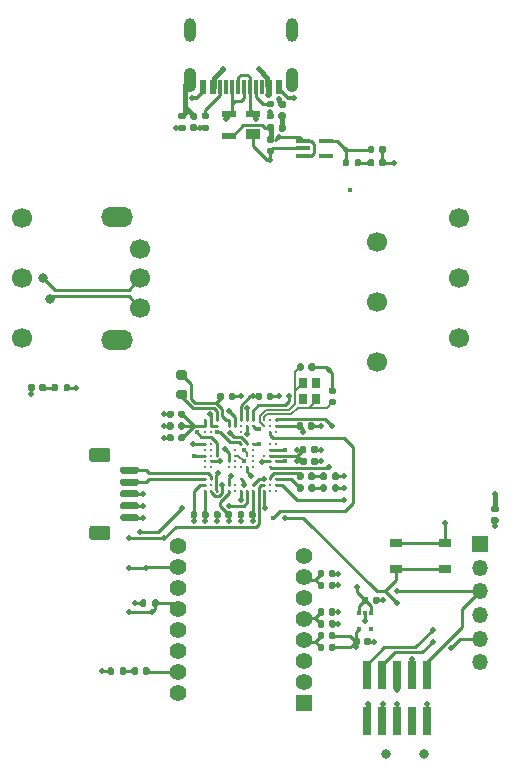
<source format=gtl>
G04 #@! TF.GenerationSoftware,KiCad,Pcbnew,6.0.7+dfsg-1~bpo11+1*
G04 #@! TF.CreationDate,2022-10-07T12:23:39+00:00*
G04 #@! TF.ProjectId,redshift,72656473-6869-4667-942e-6b696361645f,0.2*
G04 #@! TF.SameCoordinates,Original*
G04 #@! TF.FileFunction,Copper,L1,Top*
G04 #@! TF.FilePolarity,Positive*
%FSLAX46Y46*%
G04 Gerber Fmt 4.6, Leading zero omitted, Abs format (unit mm)*
G04 Created by KiCad (PCBNEW 6.0.7+dfsg-1~bpo11+1) date 2022-10-07 12:23:39*
%MOMM*%
%LPD*%
G01*
G04 APERTURE LIST*
G04 #@! TA.AperFunction,ComponentPad*
%ADD10C,1.700000*%
G04 #@! TD*
G04 #@! TA.AperFunction,ComponentPad*
%ADD11O,2.700000X1.700000*%
G04 #@! TD*
G04 #@! TA.AperFunction,SMDPad,CuDef*
%ADD12R,0.600000X1.150000*%
G04 #@! TD*
G04 #@! TA.AperFunction,SMDPad,CuDef*
%ADD13R,0.300000X1.150000*%
G04 #@! TD*
G04 #@! TA.AperFunction,ComponentPad*
%ADD14O,1.050000X2.100000*%
G04 #@! TD*
G04 #@! TA.AperFunction,ComponentPad*
%ADD15O,1.000000X2.000000*%
G04 #@! TD*
G04 #@! TA.AperFunction,SMDPad,CuDef*
%ADD16R,0.300000X0.450000*%
G04 #@! TD*
G04 #@! TA.AperFunction,SMDPad,CuDef*
%ADD17R,0.800000X0.900000*%
G04 #@! TD*
G04 #@! TA.AperFunction,SMDPad,CuDef*
%ADD18R,1.170000X0.400000*%
G04 #@! TD*
G04 #@! TA.AperFunction,SMDPad,CuDef*
%ADD19R,1.050000X0.650000*%
G04 #@! TD*
G04 #@! TA.AperFunction,SMDPad,CuDef*
%ADD20R,0.740000X2.400000*%
G04 #@! TD*
G04 #@! TA.AperFunction,ComponentPad*
%ADD21R,1.350000X1.350000*%
G04 #@! TD*
G04 #@! TA.AperFunction,ComponentPad*
%ADD22O,1.350000X1.350000*%
G04 #@! TD*
G04 #@! TA.AperFunction,SMDPad,CuDef*
%ADD23R,1.168400X0.889000*%
G04 #@! TD*
G04 #@! TA.AperFunction,SMDPad,CuDef*
%ADD24R,1.168400X0.482600*%
G04 #@! TD*
G04 #@! TA.AperFunction,ComponentPad*
%ADD25R,1.400000X1.400000*%
G04 #@! TD*
G04 #@! TA.AperFunction,ComponentPad*
%ADD26C,1.400000*%
G04 #@! TD*
G04 #@! TA.AperFunction,SMDPad,CuDef*
%ADD27C,0.240000*%
G04 #@! TD*
G04 #@! TA.AperFunction,ViaPad*
%ADD28C,0.450000*%
G04 #@! TD*
G04 #@! TA.AperFunction,ViaPad*
%ADD29C,0.500000*%
G04 #@! TD*
G04 #@! TA.AperFunction,ViaPad*
%ADD30C,0.800000*%
G04 #@! TD*
G04 #@! TA.AperFunction,Conductor*
%ADD31C,0.250000*%
G04 #@! TD*
G04 #@! TA.AperFunction,Conductor*
%ADD32C,0.450000*%
G04 #@! TD*
G04 #@! TA.AperFunction,Conductor*
%ADD33C,0.400000*%
G04 #@! TD*
G04 #@! TA.AperFunction,Conductor*
%ADD34C,0.350000*%
G04 #@! TD*
G04 #@! TA.AperFunction,Conductor*
%ADD35C,0.200000*%
G04 #@! TD*
G04 APERTURE END LIST*
G04 #@! TA.AperFunction,SMDPad,CuDef*
G36*
G01*
X145780000Y-95565000D02*
X145780000Y-95935000D01*
G75*
G02*
X145645000Y-96070000I-135000J0D01*
G01*
X145375000Y-96070000D01*
G75*
G02*
X145240000Y-95935000I0J135000D01*
G01*
X145240000Y-95565000D01*
G75*
G02*
X145375000Y-95430000I135000J0D01*
G01*
X145645000Y-95430000D01*
G75*
G02*
X145780000Y-95565000I0J-135000D01*
G01*
G37*
G04 #@! TD.AperFunction*
G04 #@! TA.AperFunction,SMDPad,CuDef*
G36*
G01*
X144760000Y-95565000D02*
X144760000Y-95935000D01*
G75*
G02*
X144625000Y-96070000I-135000J0D01*
G01*
X144355000Y-96070000D01*
G75*
G02*
X144220000Y-95935000I0J135000D01*
G01*
X144220000Y-95565000D01*
G75*
G02*
X144355000Y-95430000I135000J0D01*
G01*
X144625000Y-95430000D01*
G75*
G02*
X144760000Y-95565000I0J-135000D01*
G01*
G37*
G04 #@! TD.AperFunction*
G04 #@! TA.AperFunction,SMDPad,CuDef*
G36*
G01*
X141280000Y-65077500D02*
X141280000Y-65422500D01*
G75*
G02*
X141132500Y-65570000I-147500J0D01*
G01*
X140837500Y-65570000D01*
G75*
G02*
X140690000Y-65422500I0J147500D01*
G01*
X140690000Y-65077500D01*
G75*
G02*
X140837500Y-64930000I147500J0D01*
G01*
X141132500Y-64930000D01*
G75*
G02*
X141280000Y-65077500I0J-147500D01*
G01*
G37*
G04 #@! TD.AperFunction*
G04 #@! TA.AperFunction,SMDPad,CuDef*
G36*
G01*
X140310000Y-65077500D02*
X140310000Y-65422500D01*
G75*
G02*
X140162500Y-65570000I-147500J0D01*
G01*
X139867500Y-65570000D01*
G75*
G02*
X139720000Y-65422500I0J147500D01*
G01*
X139720000Y-65077500D01*
G75*
G02*
X139867500Y-64930000I147500J0D01*
G01*
X140162500Y-64930000D01*
G75*
G02*
X140310000Y-65077500I0J-147500D01*
G01*
G37*
G04 #@! TD.AperFunction*
G04 #@! TA.AperFunction,SMDPad,CuDef*
G36*
G01*
X142510000Y-93670000D02*
X142510000Y-93330000D01*
G75*
G02*
X142650000Y-93190000I140000J0D01*
G01*
X142930000Y-93190000D01*
G75*
G02*
X143070000Y-93330000I0J-140000D01*
G01*
X143070000Y-93670000D01*
G75*
G02*
X142930000Y-93810000I-140000J0D01*
G01*
X142650000Y-93810000D01*
G75*
G02*
X142510000Y-93670000I0J140000D01*
G01*
G37*
G04 #@! TD.AperFunction*
G04 #@! TA.AperFunction,SMDPad,CuDef*
G36*
G01*
X143470000Y-93670000D02*
X143470000Y-93330000D01*
G75*
G02*
X143610000Y-93190000I140000J0D01*
G01*
X143890000Y-93190000D01*
G75*
G02*
X144030000Y-93330000I0J-140000D01*
G01*
X144030000Y-93670000D01*
G75*
G02*
X143890000Y-93810000I-140000J0D01*
G01*
X143610000Y-93810000D01*
G75*
G02*
X143470000Y-93670000I0J140000D01*
G01*
G37*
G04 #@! TD.AperFunction*
G04 #@! TA.AperFunction,SMDPad,CuDef*
G36*
G01*
X132760000Y-91330000D02*
X132760000Y-91670000D01*
G75*
G02*
X132620000Y-91810000I-140000J0D01*
G01*
X132340000Y-91810000D01*
G75*
G02*
X132200000Y-91670000I0J140000D01*
G01*
X132200000Y-91330000D01*
G75*
G02*
X132340000Y-91190000I140000J0D01*
G01*
X132620000Y-91190000D01*
G75*
G02*
X132760000Y-91330000I0J-140000D01*
G01*
G37*
G04 #@! TD.AperFunction*
G04 #@! TA.AperFunction,SMDPad,CuDef*
G36*
G01*
X131800000Y-91330000D02*
X131800000Y-91670000D01*
G75*
G02*
X131660000Y-91810000I-140000J0D01*
G01*
X131380000Y-91810000D01*
G75*
G02*
X131240000Y-91670000I0J140000D01*
G01*
X131240000Y-91330000D01*
G75*
G02*
X131380000Y-91190000I140000J0D01*
G01*
X131660000Y-91190000D01*
G75*
G02*
X131800000Y-91330000I0J-140000D01*
G01*
G37*
G04 #@! TD.AperFunction*
G04 #@! TA.AperFunction,SMDPad,CuDef*
G36*
G01*
X132760000Y-89330000D02*
X132760000Y-89670000D01*
G75*
G02*
X132620000Y-89810000I-140000J0D01*
G01*
X132340000Y-89810000D01*
G75*
G02*
X132200000Y-89670000I0J140000D01*
G01*
X132200000Y-89330000D01*
G75*
G02*
X132340000Y-89190000I140000J0D01*
G01*
X132620000Y-89190000D01*
G75*
G02*
X132760000Y-89330000I0J-140000D01*
G01*
G37*
G04 #@! TD.AperFunction*
G04 #@! TA.AperFunction,SMDPad,CuDef*
G36*
G01*
X131800000Y-89330000D02*
X131800000Y-89670000D01*
G75*
G02*
X131660000Y-89810000I-140000J0D01*
G01*
X131380000Y-89810000D01*
G75*
G02*
X131240000Y-89670000I0J140000D01*
G01*
X131240000Y-89330000D01*
G75*
G02*
X131380000Y-89190000I140000J0D01*
G01*
X131660000Y-89190000D01*
G75*
G02*
X131800000Y-89330000I0J-140000D01*
G01*
G37*
G04 #@! TD.AperFunction*
G04 #@! TA.AperFunction,SMDPad,CuDef*
G36*
G01*
X148240000Y-67270000D02*
X148240000Y-66930000D01*
G75*
G02*
X148380000Y-66790000I140000J0D01*
G01*
X148660000Y-66790000D01*
G75*
G02*
X148800000Y-66930000I0J-140000D01*
G01*
X148800000Y-67270000D01*
G75*
G02*
X148660000Y-67410000I-140000J0D01*
G01*
X148380000Y-67410000D01*
G75*
G02*
X148240000Y-67270000I0J140000D01*
G01*
G37*
G04 #@! TD.AperFunction*
G04 #@! TA.AperFunction,SMDPad,CuDef*
G36*
G01*
X149200000Y-67270000D02*
X149200000Y-66930000D01*
G75*
G02*
X149340000Y-66790000I140000J0D01*
G01*
X149620000Y-66790000D01*
G75*
G02*
X149760000Y-66930000I0J-140000D01*
G01*
X149760000Y-67270000D01*
G75*
G02*
X149620000Y-67410000I-140000J0D01*
G01*
X149340000Y-67410000D01*
G75*
G02*
X149200000Y-67270000I0J140000D01*
G01*
G37*
G04 #@! TD.AperFunction*
G04 #@! TA.AperFunction,SMDPad,CuDef*
G36*
G01*
X139830000Y-65970000D02*
X140170000Y-65970000D01*
G75*
G02*
X140310000Y-66110000I0J-140000D01*
G01*
X140310000Y-66390000D01*
G75*
G02*
X140170000Y-66530000I-140000J0D01*
G01*
X139830000Y-66530000D01*
G75*
G02*
X139690000Y-66390000I0J140000D01*
G01*
X139690000Y-66110000D01*
G75*
G02*
X139830000Y-65970000I140000J0D01*
G01*
G37*
G04 #@! TD.AperFunction*
G04 #@! TA.AperFunction,SMDPad,CuDef*
G36*
G01*
X139830000Y-66930000D02*
X140170000Y-66930000D01*
G75*
G02*
X140310000Y-67070000I0J-140000D01*
G01*
X140310000Y-67350000D01*
G75*
G02*
X140170000Y-67490000I-140000J0D01*
G01*
X139830000Y-67490000D01*
G75*
G02*
X139690000Y-67350000I0J140000D01*
G01*
X139690000Y-67070000D01*
G75*
G02*
X139830000Y-66930000I140000J0D01*
G01*
G37*
G04 #@! TD.AperFunction*
D10*
X129000000Y-80500000D03*
X129000000Y-78000000D03*
X129000000Y-75500000D03*
D11*
X127000000Y-72800000D03*
X127000000Y-83200000D03*
G04 #@! TA.AperFunction,SMDPad,CuDef*
G36*
G01*
X135510000Y-88170000D02*
X135510000Y-87830000D01*
G75*
G02*
X135650000Y-87690000I140000J0D01*
G01*
X135930000Y-87690000D01*
G75*
G02*
X136070000Y-87830000I0J-140000D01*
G01*
X136070000Y-88170000D01*
G75*
G02*
X135930000Y-88310000I-140000J0D01*
G01*
X135650000Y-88310000D01*
G75*
G02*
X135510000Y-88170000I0J140000D01*
G01*
G37*
G04 #@! TD.AperFunction*
G04 #@! TA.AperFunction,SMDPad,CuDef*
G36*
G01*
X136470000Y-88170000D02*
X136470000Y-87830000D01*
G75*
G02*
X136610000Y-87690000I140000J0D01*
G01*
X136890000Y-87690000D01*
G75*
G02*
X137030000Y-87830000I0J-140000D01*
G01*
X137030000Y-88170000D01*
G75*
G02*
X136890000Y-88310000I-140000J0D01*
G01*
X136610000Y-88310000D01*
G75*
G02*
X136470000Y-88170000I0J140000D01*
G01*
G37*
G04 #@! TD.AperFunction*
G04 #@! TA.AperFunction,SMDPad,CuDef*
G36*
G01*
X143990000Y-109420000D02*
X143990000Y-109080000D01*
G75*
G02*
X144130000Y-108940000I140000J0D01*
G01*
X144410000Y-108940000D01*
G75*
G02*
X144550000Y-109080000I0J-140000D01*
G01*
X144550000Y-109420000D01*
G75*
G02*
X144410000Y-109560000I-140000J0D01*
G01*
X144130000Y-109560000D01*
G75*
G02*
X143990000Y-109420000I0J140000D01*
G01*
G37*
G04 #@! TD.AperFunction*
G04 #@! TA.AperFunction,SMDPad,CuDef*
G36*
G01*
X144950000Y-109420000D02*
X144950000Y-109080000D01*
G75*
G02*
X145090000Y-108940000I140000J0D01*
G01*
X145370000Y-108940000D01*
G75*
G02*
X145510000Y-109080000I0J-140000D01*
G01*
X145510000Y-109420000D01*
G75*
G02*
X145370000Y-109560000I-140000J0D01*
G01*
X145090000Y-109560000D01*
G75*
G02*
X144950000Y-109420000I0J140000D01*
G01*
G37*
G04 #@! TD.AperFunction*
G04 #@! TA.AperFunction,SMDPad,CuDef*
G36*
G01*
X142225000Y-94922500D02*
X142225000Y-94577500D01*
G75*
G02*
X142372500Y-94430000I147500J0D01*
G01*
X142667500Y-94430000D01*
G75*
G02*
X142815000Y-94577500I0J-147500D01*
G01*
X142815000Y-94922500D01*
G75*
G02*
X142667500Y-95070000I-147500J0D01*
G01*
X142372500Y-95070000D01*
G75*
G02*
X142225000Y-94922500I0J147500D01*
G01*
G37*
G04 #@! TD.AperFunction*
G04 #@! TA.AperFunction,SMDPad,CuDef*
G36*
G01*
X143195000Y-94922500D02*
X143195000Y-94577500D01*
G75*
G02*
X143342500Y-94430000I147500J0D01*
G01*
X143637500Y-94430000D01*
G75*
G02*
X143785000Y-94577500I0J-147500D01*
G01*
X143785000Y-94922500D01*
G75*
G02*
X143637500Y-95070000I-147500J0D01*
G01*
X143342500Y-95070000D01*
G75*
G02*
X143195000Y-94922500I0J147500D01*
G01*
G37*
G04 #@! TD.AperFunction*
D12*
X140700000Y-61755000D03*
X139900000Y-61755000D03*
D13*
X138750000Y-61755000D03*
X137750000Y-61755000D03*
X137250000Y-61755000D03*
X136250000Y-61755000D03*
D12*
X134300000Y-61755000D03*
X135100000Y-61755000D03*
D13*
X135750000Y-61755000D03*
X136750000Y-61755000D03*
X138250000Y-61755000D03*
X139250000Y-61755000D03*
D14*
X141820000Y-61180000D03*
D15*
X141820000Y-57000000D03*
X133180000Y-57000000D03*
D14*
X133180000Y-61180000D03*
G04 #@! TA.AperFunction,SMDPad,CuDef*
G36*
G01*
X132775000Y-88225000D02*
X132225000Y-88225000D01*
G75*
G02*
X132025000Y-88025000I0J200000D01*
G01*
X132025000Y-87625000D01*
G75*
G02*
X132225000Y-87425000I200000J0D01*
G01*
X132775000Y-87425000D01*
G75*
G02*
X132975000Y-87625000I0J-200000D01*
G01*
X132975000Y-88025000D01*
G75*
G02*
X132775000Y-88225000I-200000J0D01*
G01*
G37*
G04 #@! TD.AperFunction*
G04 #@! TA.AperFunction,SMDPad,CuDef*
G36*
G01*
X132775000Y-86575000D02*
X132225000Y-86575000D01*
G75*
G02*
X132025000Y-86375000I0J200000D01*
G01*
X132025000Y-85975000D01*
G75*
G02*
X132225000Y-85775000I200000J0D01*
G01*
X132775000Y-85775000D01*
G75*
G02*
X132975000Y-85975000I0J-200000D01*
G01*
X132975000Y-86375000D01*
G75*
G02*
X132775000Y-86575000I-200000J0D01*
G01*
G37*
G04 #@! TD.AperFunction*
G04 #@! TA.AperFunction,SMDPad,CuDef*
G36*
G01*
X142220000Y-95922500D02*
X142220000Y-95577500D01*
G75*
G02*
X142367500Y-95430000I147500J0D01*
G01*
X142662500Y-95430000D01*
G75*
G02*
X142810000Y-95577500I0J-147500D01*
G01*
X142810000Y-95922500D01*
G75*
G02*
X142662500Y-96070000I-147500J0D01*
G01*
X142367500Y-96070000D01*
G75*
G02*
X142220000Y-95922500I0J147500D01*
G01*
G37*
G04 #@! TD.AperFunction*
G04 #@! TA.AperFunction,SMDPad,CuDef*
G36*
G01*
X143190000Y-95922500D02*
X143190000Y-95577500D01*
G75*
G02*
X143337500Y-95430000I147500J0D01*
G01*
X143632500Y-95430000D01*
G75*
G02*
X143780000Y-95577500I0J-147500D01*
G01*
X143780000Y-95922500D01*
G75*
G02*
X143632500Y-96070000I-147500J0D01*
G01*
X143337500Y-96070000D01*
G75*
G02*
X143190000Y-95922500I0J147500D01*
G01*
G37*
G04 #@! TD.AperFunction*
G04 #@! TA.AperFunction,SMDPad,CuDef*
G36*
G01*
X147740000Y-105420000D02*
X147740000Y-105080000D01*
G75*
G02*
X147880000Y-104940000I140000J0D01*
G01*
X148160000Y-104940000D01*
G75*
G02*
X148300000Y-105080000I0J-140000D01*
G01*
X148300000Y-105420000D01*
G75*
G02*
X148160000Y-105560000I-140000J0D01*
G01*
X147880000Y-105560000D01*
G75*
G02*
X147740000Y-105420000I0J140000D01*
G01*
G37*
G04 #@! TD.AperFunction*
G04 #@! TA.AperFunction,SMDPad,CuDef*
G36*
G01*
X148700000Y-105420000D02*
X148700000Y-105080000D01*
G75*
G02*
X148840000Y-104940000I140000J0D01*
G01*
X149120000Y-104940000D01*
G75*
G02*
X149260000Y-105080000I0J-140000D01*
G01*
X149260000Y-105420000D01*
G75*
G02*
X149120000Y-105560000I-140000J0D01*
G01*
X148840000Y-105560000D01*
G75*
G02*
X148700000Y-105420000I0J140000D01*
G01*
G37*
G04 #@! TD.AperFunction*
D16*
X148500000Y-106300000D03*
X148000000Y-106300000D03*
X147500000Y-106300000D03*
X147500000Y-107700000D03*
X148500000Y-107700000D03*
G04 #@! TA.AperFunction,SMDPad,CuDef*
G36*
G01*
X136740000Y-97830000D02*
X136740000Y-98170000D01*
G75*
G02*
X136600000Y-98310000I-140000J0D01*
G01*
X136320000Y-98310000D01*
G75*
G02*
X136180000Y-98170000I0J140000D01*
G01*
X136180000Y-97830000D01*
G75*
G02*
X136320000Y-97690000I140000J0D01*
G01*
X136600000Y-97690000D01*
G75*
G02*
X136740000Y-97830000I0J-140000D01*
G01*
G37*
G04 #@! TD.AperFunction*
G04 #@! TA.AperFunction,SMDPad,CuDef*
G36*
G01*
X135780000Y-97830000D02*
X135780000Y-98170000D01*
G75*
G02*
X135640000Y-98310000I-140000J0D01*
G01*
X135360000Y-98310000D01*
G75*
G02*
X135220000Y-98170000I0J140000D01*
G01*
X135220000Y-97830000D01*
G75*
G02*
X135360000Y-97690000I140000J0D01*
G01*
X135640000Y-97690000D01*
G75*
G02*
X135780000Y-97830000I0J-140000D01*
G01*
G37*
G04 #@! TD.AperFunction*
G04 #@! TA.AperFunction,SMDPad,CuDef*
G36*
G01*
X145420000Y-88760000D02*
X145080000Y-88760000D01*
G75*
G02*
X144940000Y-88620000I0J140000D01*
G01*
X144940000Y-88340000D01*
G75*
G02*
X145080000Y-88200000I140000J0D01*
G01*
X145420000Y-88200000D01*
G75*
G02*
X145560000Y-88340000I0J-140000D01*
G01*
X145560000Y-88620000D01*
G75*
G02*
X145420000Y-88760000I-140000J0D01*
G01*
G37*
G04 #@! TD.AperFunction*
G04 #@! TA.AperFunction,SMDPad,CuDef*
G36*
G01*
X145420000Y-87800000D02*
X145080000Y-87800000D01*
G75*
G02*
X144940000Y-87660000I0J140000D01*
G01*
X144940000Y-87380000D01*
G75*
G02*
X145080000Y-87240000I140000J0D01*
G01*
X145420000Y-87240000D01*
G75*
G02*
X145560000Y-87380000I0J-140000D01*
G01*
X145560000Y-87660000D01*
G75*
G02*
X145420000Y-87800000I-140000J0D01*
G01*
G37*
G04 #@! TD.AperFunction*
G04 #@! TA.AperFunction,SMDPad,CuDef*
G36*
G01*
X123030000Y-87065000D02*
X123030000Y-87435000D01*
G75*
G02*
X122895000Y-87570000I-135000J0D01*
G01*
X122625000Y-87570000D01*
G75*
G02*
X122490000Y-87435000I0J135000D01*
G01*
X122490000Y-87065000D01*
G75*
G02*
X122625000Y-86930000I135000J0D01*
G01*
X122895000Y-86930000D01*
G75*
G02*
X123030000Y-87065000I0J-135000D01*
G01*
G37*
G04 #@! TD.AperFunction*
G04 #@! TA.AperFunction,SMDPad,CuDef*
G36*
G01*
X122010000Y-87065000D02*
X122010000Y-87435000D01*
G75*
G02*
X121875000Y-87570000I-135000J0D01*
G01*
X121605000Y-87570000D01*
G75*
G02*
X121470000Y-87435000I0J135000D01*
G01*
X121470000Y-87065000D01*
G75*
G02*
X121605000Y-86930000I135000J0D01*
G01*
X121875000Y-86930000D01*
G75*
G02*
X122010000Y-87065000I0J-135000D01*
G01*
G37*
G04 #@! TD.AperFunction*
D17*
X143850000Y-88250000D03*
X143850000Y-86850000D03*
X142750000Y-86850000D03*
X142750000Y-88250000D03*
G04 #@! TA.AperFunction,SMDPad,CuDef*
G36*
G01*
X133330000Y-63990000D02*
X133670000Y-63990000D01*
G75*
G02*
X133810000Y-64130000I0J-140000D01*
G01*
X133810000Y-64410000D01*
G75*
G02*
X133670000Y-64550000I-140000J0D01*
G01*
X133330000Y-64550000D01*
G75*
G02*
X133190000Y-64410000I0J140000D01*
G01*
X133190000Y-64130000D01*
G75*
G02*
X133330000Y-63990000I140000J0D01*
G01*
G37*
G04 #@! TD.AperFunction*
G04 #@! TA.AperFunction,SMDPad,CuDef*
G36*
G01*
X133330000Y-64950000D02*
X133670000Y-64950000D01*
G75*
G02*
X133810000Y-65090000I0J-140000D01*
G01*
X133810000Y-65370000D01*
G75*
G02*
X133670000Y-65510000I-140000J0D01*
G01*
X133330000Y-65510000D01*
G75*
G02*
X133190000Y-65370000I0J140000D01*
G01*
X133190000Y-65090000D01*
G75*
G02*
X133330000Y-64950000I140000J0D01*
G01*
G37*
G04 #@! TD.AperFunction*
D18*
X142730000Y-66350000D03*
X142730000Y-67000000D03*
X142730000Y-67650000D03*
X144670000Y-67650000D03*
X144670000Y-66350000D03*
G04 #@! TA.AperFunction,SMDPad,CuDef*
G36*
G01*
X142260000Y-85670000D02*
X142260000Y-85330000D01*
G75*
G02*
X142400000Y-85190000I140000J0D01*
G01*
X142680000Y-85190000D01*
G75*
G02*
X142820000Y-85330000I0J-140000D01*
G01*
X142820000Y-85670000D01*
G75*
G02*
X142680000Y-85810000I-140000J0D01*
G01*
X142400000Y-85810000D01*
G75*
G02*
X142260000Y-85670000I0J140000D01*
G01*
G37*
G04 #@! TD.AperFunction*
G04 #@! TA.AperFunction,SMDPad,CuDef*
G36*
G01*
X143220000Y-85670000D02*
X143220000Y-85330000D01*
G75*
G02*
X143360000Y-85190000I140000J0D01*
G01*
X143640000Y-85190000D01*
G75*
G02*
X143780000Y-85330000I0J-140000D01*
G01*
X143780000Y-85670000D01*
G75*
G02*
X143640000Y-85810000I-140000J0D01*
G01*
X143360000Y-85810000D01*
G75*
G02*
X143220000Y-85670000I0J140000D01*
G01*
G37*
G04 #@! TD.AperFunction*
G04 #@! TA.AperFunction,SMDPad,CuDef*
G36*
G01*
X142220000Y-90670000D02*
X142220000Y-90330000D01*
G75*
G02*
X142360000Y-90190000I140000J0D01*
G01*
X142640000Y-90190000D01*
G75*
G02*
X142780000Y-90330000I0J-140000D01*
G01*
X142780000Y-90670000D01*
G75*
G02*
X142640000Y-90810000I-140000J0D01*
G01*
X142360000Y-90810000D01*
G75*
G02*
X142220000Y-90670000I0J140000D01*
G01*
G37*
G04 #@! TD.AperFunction*
G04 #@! TA.AperFunction,SMDPad,CuDef*
G36*
G01*
X143180000Y-90670000D02*
X143180000Y-90330000D01*
G75*
G02*
X143320000Y-90190000I140000J0D01*
G01*
X143600000Y-90190000D01*
G75*
G02*
X143740000Y-90330000I0J-140000D01*
G01*
X143740000Y-90670000D01*
G75*
G02*
X143600000Y-90810000I-140000J0D01*
G01*
X143320000Y-90810000D01*
G75*
G02*
X143180000Y-90670000I0J140000D01*
G01*
G37*
G04 #@! TD.AperFunction*
G04 #@! TA.AperFunction,SMDPad,CuDef*
G36*
G01*
X129780000Y-111077500D02*
X129780000Y-111422500D01*
G75*
G02*
X129632500Y-111570000I-147500J0D01*
G01*
X129337500Y-111570000D01*
G75*
G02*
X129190000Y-111422500I0J147500D01*
G01*
X129190000Y-111077500D01*
G75*
G02*
X129337500Y-110930000I147500J0D01*
G01*
X129632500Y-110930000D01*
G75*
G02*
X129780000Y-111077500I0J-147500D01*
G01*
G37*
G04 #@! TD.AperFunction*
G04 #@! TA.AperFunction,SMDPad,CuDef*
G36*
G01*
X128810000Y-111077500D02*
X128810000Y-111422500D01*
G75*
G02*
X128662500Y-111570000I-147500J0D01*
G01*
X128367500Y-111570000D01*
G75*
G02*
X128220000Y-111422500I0J147500D01*
G01*
X128220000Y-111077500D01*
G75*
G02*
X128367500Y-110930000I147500J0D01*
G01*
X128662500Y-110930000D01*
G75*
G02*
X128810000Y-111077500I0J-147500D01*
G01*
G37*
G04 #@! TD.AperFunction*
G04 #@! TA.AperFunction,SMDPad,CuDef*
G36*
G01*
X132760000Y-90330000D02*
X132760000Y-90670000D01*
G75*
G02*
X132620000Y-90810000I-140000J0D01*
G01*
X132340000Y-90810000D01*
G75*
G02*
X132200000Y-90670000I0J140000D01*
G01*
X132200000Y-90330000D01*
G75*
G02*
X132340000Y-90190000I140000J0D01*
G01*
X132620000Y-90190000D01*
G75*
G02*
X132760000Y-90330000I0J-140000D01*
G01*
G37*
G04 #@! TD.AperFunction*
G04 #@! TA.AperFunction,SMDPad,CuDef*
G36*
G01*
X131800000Y-90330000D02*
X131800000Y-90670000D01*
G75*
G02*
X131660000Y-90810000I-140000J0D01*
G01*
X131380000Y-90810000D01*
G75*
G02*
X131240000Y-90670000I0J140000D01*
G01*
X131240000Y-90330000D01*
G75*
G02*
X131380000Y-90190000I140000J0D01*
G01*
X131660000Y-90190000D01*
G75*
G02*
X131800000Y-90330000I0J-140000D01*
G01*
G37*
G04 #@! TD.AperFunction*
D19*
X150675000Y-102575000D03*
X154825000Y-102575000D03*
X154825000Y-100425000D03*
X150675000Y-100425000D03*
G04 #@! TA.AperFunction,SMDPad,CuDef*
G36*
G01*
X143990000Y-106420000D02*
X143990000Y-106080000D01*
G75*
G02*
X144130000Y-105940000I140000J0D01*
G01*
X144410000Y-105940000D01*
G75*
G02*
X144550000Y-106080000I0J-140000D01*
G01*
X144550000Y-106420000D01*
G75*
G02*
X144410000Y-106560000I-140000J0D01*
G01*
X144130000Y-106560000D01*
G75*
G02*
X143990000Y-106420000I0J140000D01*
G01*
G37*
G04 #@! TD.AperFunction*
G04 #@! TA.AperFunction,SMDPad,CuDef*
G36*
G01*
X144950000Y-106420000D02*
X144950000Y-106080000D01*
G75*
G02*
X145090000Y-105940000I140000J0D01*
G01*
X145370000Y-105940000D01*
G75*
G02*
X145510000Y-106080000I0J-140000D01*
G01*
X145510000Y-106420000D01*
G75*
G02*
X145370000Y-106560000I-140000J0D01*
G01*
X145090000Y-106560000D01*
G75*
G02*
X144950000Y-106420000I0J140000D01*
G01*
G37*
G04 #@! TD.AperFunction*
G04 #@! TA.AperFunction,SMDPad,CuDef*
G36*
G01*
X119470000Y-87422500D02*
X119470000Y-87077500D01*
G75*
G02*
X119617500Y-86930000I147500J0D01*
G01*
X119912500Y-86930000D01*
G75*
G02*
X120060000Y-87077500I0J-147500D01*
G01*
X120060000Y-87422500D01*
G75*
G02*
X119912500Y-87570000I-147500J0D01*
G01*
X119617500Y-87570000D01*
G75*
G02*
X119470000Y-87422500I0J147500D01*
G01*
G37*
G04 #@! TD.AperFunction*
G04 #@! TA.AperFunction,SMDPad,CuDef*
G36*
G01*
X120440000Y-87422500D02*
X120440000Y-87077500D01*
G75*
G02*
X120587500Y-86930000I147500J0D01*
G01*
X120882500Y-86930000D01*
G75*
G02*
X121030000Y-87077500I0J-147500D01*
G01*
X121030000Y-87422500D01*
G75*
G02*
X120882500Y-87570000I-147500J0D01*
G01*
X120587500Y-87570000D01*
G75*
G02*
X120440000Y-87422500I0J147500D01*
G01*
G37*
G04 #@! TD.AperFunction*
G04 #@! TA.AperFunction,SMDPad,CuDef*
G36*
G01*
X158827500Y-97220000D02*
X159172500Y-97220000D01*
G75*
G02*
X159320000Y-97367500I0J-147500D01*
G01*
X159320000Y-97662500D01*
G75*
G02*
X159172500Y-97810000I-147500J0D01*
G01*
X158827500Y-97810000D01*
G75*
G02*
X158680000Y-97662500I0J147500D01*
G01*
X158680000Y-97367500D01*
G75*
G02*
X158827500Y-97220000I147500J0D01*
G01*
G37*
G04 #@! TD.AperFunction*
G04 #@! TA.AperFunction,SMDPad,CuDef*
G36*
G01*
X158827500Y-98190000D02*
X159172500Y-98190000D01*
G75*
G02*
X159320000Y-98337500I0J-147500D01*
G01*
X159320000Y-98632500D01*
G75*
G02*
X159172500Y-98780000I-147500J0D01*
G01*
X158827500Y-98780000D01*
G75*
G02*
X158680000Y-98632500I0J147500D01*
G01*
X158680000Y-98337500D01*
G75*
G02*
X158827500Y-98190000I147500J0D01*
G01*
G37*
G04 #@! TD.AperFunction*
D10*
X149000000Y-74920000D03*
X149000000Y-80000000D03*
X149000000Y-85080000D03*
G04 #@! TA.AperFunction,SMDPad,CuDef*
G36*
G01*
X138740000Y-88170000D02*
X138740000Y-87830000D01*
G75*
G02*
X138880000Y-87690000I140000J0D01*
G01*
X139160000Y-87690000D01*
G75*
G02*
X139300000Y-87830000I0J-140000D01*
G01*
X139300000Y-88170000D01*
G75*
G02*
X139160000Y-88310000I-140000J0D01*
G01*
X138880000Y-88310000D01*
G75*
G02*
X138740000Y-88170000I0J140000D01*
G01*
G37*
G04 #@! TD.AperFunction*
G04 #@! TA.AperFunction,SMDPad,CuDef*
G36*
G01*
X139700000Y-88170000D02*
X139700000Y-87830000D01*
G75*
G02*
X139840000Y-87690000I140000J0D01*
G01*
X140120000Y-87690000D01*
G75*
G02*
X140260000Y-87830000I0J-140000D01*
G01*
X140260000Y-88170000D01*
G75*
G02*
X140120000Y-88310000I-140000J0D01*
G01*
X139840000Y-88310000D01*
G75*
G02*
X139700000Y-88170000I0J140000D01*
G01*
G37*
G04 #@! TD.AperFunction*
G04 #@! TA.AperFunction,SMDPad,CuDef*
G36*
G01*
X132315000Y-63970000D02*
X132685000Y-63970000D01*
G75*
G02*
X132820000Y-64105000I0J-135000D01*
G01*
X132820000Y-64375000D01*
G75*
G02*
X132685000Y-64510000I-135000J0D01*
G01*
X132315000Y-64510000D01*
G75*
G02*
X132180000Y-64375000I0J135000D01*
G01*
X132180000Y-64105000D01*
G75*
G02*
X132315000Y-63970000I135000J0D01*
G01*
G37*
G04 #@! TD.AperFunction*
G04 #@! TA.AperFunction,SMDPad,CuDef*
G36*
G01*
X132315000Y-64990000D02*
X132685000Y-64990000D01*
G75*
G02*
X132820000Y-65125000I0J-135000D01*
G01*
X132820000Y-65395000D01*
G75*
G02*
X132685000Y-65530000I-135000J0D01*
G01*
X132315000Y-65530000D01*
G75*
G02*
X132180000Y-65395000I0J135000D01*
G01*
X132180000Y-65125000D01*
G75*
G02*
X132315000Y-64990000I135000J0D01*
G01*
G37*
G04 #@! TD.AperFunction*
G04 #@! TA.AperFunction,SMDPad,CuDef*
G36*
G01*
X134760000Y-97830000D02*
X134760000Y-98170000D01*
G75*
G02*
X134620000Y-98310000I-140000J0D01*
G01*
X134340000Y-98310000D01*
G75*
G02*
X134200000Y-98170000I0J140000D01*
G01*
X134200000Y-97830000D01*
G75*
G02*
X134340000Y-97690000I140000J0D01*
G01*
X134620000Y-97690000D01*
G75*
G02*
X134760000Y-97830000I0J-140000D01*
G01*
G37*
G04 #@! TD.AperFunction*
G04 #@! TA.AperFunction,SMDPad,CuDef*
G36*
G01*
X133800000Y-97830000D02*
X133800000Y-98170000D01*
G75*
G02*
X133660000Y-98310000I-140000J0D01*
G01*
X133380000Y-98310000D01*
G75*
G02*
X133240000Y-98170000I0J140000D01*
G01*
X133240000Y-97830000D01*
G75*
G02*
X133380000Y-97690000I140000J0D01*
G01*
X133660000Y-97690000D01*
G75*
G02*
X133800000Y-97830000I0J-140000D01*
G01*
G37*
G04 #@! TD.AperFunction*
G04 #@! TA.AperFunction,SMDPad,CuDef*
G36*
G01*
X126210000Y-111435000D02*
X126210000Y-111065000D01*
G75*
G02*
X126345000Y-110930000I135000J0D01*
G01*
X126615000Y-110930000D01*
G75*
G02*
X126750000Y-111065000I0J-135000D01*
G01*
X126750000Y-111435000D01*
G75*
G02*
X126615000Y-111570000I-135000J0D01*
G01*
X126345000Y-111570000D01*
G75*
G02*
X126210000Y-111435000I0J135000D01*
G01*
G37*
G04 #@! TD.AperFunction*
G04 #@! TA.AperFunction,SMDPad,CuDef*
G36*
G01*
X127230000Y-111435000D02*
X127230000Y-111065000D01*
G75*
G02*
X127365000Y-110930000I135000J0D01*
G01*
X127635000Y-110930000D01*
G75*
G02*
X127770000Y-111065000I0J-135000D01*
G01*
X127770000Y-111435000D01*
G75*
G02*
X127635000Y-111570000I-135000J0D01*
G01*
X127365000Y-111570000D01*
G75*
G02*
X127230000Y-111435000I0J135000D01*
G01*
G37*
G04 #@! TD.AperFunction*
G04 #@! TA.AperFunction,SMDPad,CuDef*
G36*
G01*
X140185000Y-64530000D02*
X139815000Y-64530000D01*
G75*
G02*
X139680000Y-64395000I0J135000D01*
G01*
X139680000Y-64125000D01*
G75*
G02*
X139815000Y-63990000I135000J0D01*
G01*
X140185000Y-63990000D01*
G75*
G02*
X140320000Y-64125000I0J-135000D01*
G01*
X140320000Y-64395000D01*
G75*
G02*
X140185000Y-64530000I-135000J0D01*
G01*
G37*
G04 #@! TD.AperFunction*
G04 #@! TA.AperFunction,SMDPad,CuDef*
G36*
G01*
X140185000Y-63510000D02*
X139815000Y-63510000D01*
G75*
G02*
X139680000Y-63375000I0J135000D01*
G01*
X139680000Y-63105000D01*
G75*
G02*
X139815000Y-62970000I135000J0D01*
G01*
X140185000Y-62970000D01*
G75*
G02*
X140320000Y-63105000I0J-135000D01*
G01*
X140320000Y-63375000D01*
G75*
G02*
X140185000Y-63510000I-135000J0D01*
G01*
G37*
G04 #@! TD.AperFunction*
G04 #@! TA.AperFunction,SMDPad,CuDef*
G36*
G01*
X149780000Y-68027500D02*
X149780000Y-68372500D01*
G75*
G02*
X149632500Y-68520000I-147500J0D01*
G01*
X149337500Y-68520000D01*
G75*
G02*
X149190000Y-68372500I0J147500D01*
G01*
X149190000Y-68027500D01*
G75*
G02*
X149337500Y-67880000I147500J0D01*
G01*
X149632500Y-67880000D01*
G75*
G02*
X149780000Y-68027500I0J-147500D01*
G01*
G37*
G04 #@! TD.AperFunction*
G04 #@! TA.AperFunction,SMDPad,CuDef*
G36*
G01*
X148810000Y-68027500D02*
X148810000Y-68372500D01*
G75*
G02*
X148662500Y-68520000I-147500J0D01*
G01*
X148367500Y-68520000D01*
G75*
G02*
X148220000Y-68372500I0J147500D01*
G01*
X148220000Y-68027500D01*
G75*
G02*
X148367500Y-67880000I147500J0D01*
G01*
X148662500Y-67880000D01*
G75*
G02*
X148810000Y-68027500I0J-147500D01*
G01*
G37*
G04 #@! TD.AperFunction*
G04 #@! TA.AperFunction,SMDPad,CuDef*
G36*
G01*
X145510000Y-102830000D02*
X145510000Y-103170000D01*
G75*
G02*
X145370000Y-103310000I-140000J0D01*
G01*
X145090000Y-103310000D01*
G75*
G02*
X144950000Y-103170000I0J140000D01*
G01*
X144950000Y-102830000D01*
G75*
G02*
X145090000Y-102690000I140000J0D01*
G01*
X145370000Y-102690000D01*
G75*
G02*
X145510000Y-102830000I0J-140000D01*
G01*
G37*
G04 #@! TD.AperFunction*
G04 #@! TA.AperFunction,SMDPad,CuDef*
G36*
G01*
X144550000Y-102830000D02*
X144550000Y-103170000D01*
G75*
G02*
X144410000Y-103310000I-140000J0D01*
G01*
X144130000Y-103310000D01*
G75*
G02*
X143990000Y-103170000I0J140000D01*
G01*
X143990000Y-102830000D01*
G75*
G02*
X144130000Y-102690000I140000J0D01*
G01*
X144410000Y-102690000D01*
G75*
G02*
X144550000Y-102830000I0J-140000D01*
G01*
G37*
G04 #@! TD.AperFunction*
G04 #@! TA.AperFunction,SMDPad,CuDef*
G36*
G01*
X146990000Y-108920000D02*
X146990000Y-108580000D01*
G75*
G02*
X147130000Y-108440000I140000J0D01*
G01*
X147410000Y-108440000D01*
G75*
G02*
X147550000Y-108580000I0J-140000D01*
G01*
X147550000Y-108920000D01*
G75*
G02*
X147410000Y-109060000I-140000J0D01*
G01*
X147130000Y-109060000D01*
G75*
G02*
X146990000Y-108920000I0J140000D01*
G01*
G37*
G04 #@! TD.AperFunction*
G04 #@! TA.AperFunction,SMDPad,CuDef*
G36*
G01*
X147950000Y-108920000D02*
X147950000Y-108580000D01*
G75*
G02*
X148090000Y-108440000I140000J0D01*
G01*
X148370000Y-108440000D01*
G75*
G02*
X148510000Y-108580000I0J-140000D01*
G01*
X148510000Y-108920000D01*
G75*
G02*
X148370000Y-109060000I-140000J0D01*
G01*
X148090000Y-109060000D01*
G75*
G02*
X147950000Y-108920000I0J140000D01*
G01*
G37*
G04 #@! TD.AperFunction*
G04 #@! TA.AperFunction,SMDPad,CuDef*
G36*
G01*
X138740000Y-97830000D02*
X138740000Y-98170000D01*
G75*
G02*
X138600000Y-98310000I-140000J0D01*
G01*
X138320000Y-98310000D01*
G75*
G02*
X138180000Y-98170000I0J140000D01*
G01*
X138180000Y-97830000D01*
G75*
G02*
X138320000Y-97690000I140000J0D01*
G01*
X138600000Y-97690000D01*
G75*
G02*
X138740000Y-97830000I0J-140000D01*
G01*
G37*
G04 #@! TD.AperFunction*
G04 #@! TA.AperFunction,SMDPad,CuDef*
G36*
G01*
X137780000Y-97830000D02*
X137780000Y-98170000D01*
G75*
G02*
X137640000Y-98310000I-140000J0D01*
G01*
X137360000Y-98310000D01*
G75*
G02*
X137220000Y-98170000I0J140000D01*
G01*
X137220000Y-97830000D01*
G75*
G02*
X137360000Y-97690000I140000J0D01*
G01*
X137640000Y-97690000D01*
G75*
G02*
X137780000Y-97830000I0J-140000D01*
G01*
G37*
G04 #@! TD.AperFunction*
G04 #@! TA.AperFunction,SMDPad,CuDef*
G36*
G01*
X142490000Y-92670000D02*
X142490000Y-92330000D01*
G75*
G02*
X142630000Y-92190000I140000J0D01*
G01*
X142910000Y-92190000D01*
G75*
G02*
X143050000Y-92330000I0J-140000D01*
G01*
X143050000Y-92670000D01*
G75*
G02*
X142910000Y-92810000I-140000J0D01*
G01*
X142630000Y-92810000D01*
G75*
G02*
X142490000Y-92670000I0J140000D01*
G01*
G37*
G04 #@! TD.AperFunction*
G04 #@! TA.AperFunction,SMDPad,CuDef*
G36*
G01*
X143450000Y-92670000D02*
X143450000Y-92330000D01*
G75*
G02*
X143590000Y-92190000I140000J0D01*
G01*
X143870000Y-92190000D01*
G75*
G02*
X144010000Y-92330000I0J-140000D01*
G01*
X144010000Y-92670000D01*
G75*
G02*
X143870000Y-92810000I-140000J0D01*
G01*
X143590000Y-92810000D01*
G75*
G02*
X143450000Y-92670000I0J140000D01*
G01*
G37*
G04 #@! TD.AperFunction*
G04 #@! TA.AperFunction,SMDPad,CuDef*
G36*
G01*
X128970000Y-105685000D02*
X128970000Y-105315000D01*
G75*
G02*
X129105000Y-105180000I135000J0D01*
G01*
X129375000Y-105180000D01*
G75*
G02*
X129510000Y-105315000I0J-135000D01*
G01*
X129510000Y-105685000D01*
G75*
G02*
X129375000Y-105820000I-135000J0D01*
G01*
X129105000Y-105820000D01*
G75*
G02*
X128970000Y-105685000I0J135000D01*
G01*
G37*
G04 #@! TD.AperFunction*
G04 #@! TA.AperFunction,SMDPad,CuDef*
G36*
G01*
X129990000Y-105685000D02*
X129990000Y-105315000D01*
G75*
G02*
X130125000Y-105180000I135000J0D01*
G01*
X130395000Y-105180000D01*
G75*
G02*
X130530000Y-105315000I0J-135000D01*
G01*
X130530000Y-105685000D01*
G75*
G02*
X130395000Y-105820000I-135000J0D01*
G01*
X130125000Y-105820000D01*
G75*
G02*
X129990000Y-105685000I0J135000D01*
G01*
G37*
G04 #@! TD.AperFunction*
G04 #@! TA.AperFunction,SMDPad,CuDef*
G36*
G01*
X128700000Y-98550000D02*
X127450000Y-98550000D01*
G75*
G02*
X127300000Y-98400000I0J150000D01*
G01*
X127300000Y-98100000D01*
G75*
G02*
X127450000Y-97950000I150000J0D01*
G01*
X128700000Y-97950000D01*
G75*
G02*
X128850000Y-98100000I0J-150000D01*
G01*
X128850000Y-98400000D01*
G75*
G02*
X128700000Y-98550000I-150000J0D01*
G01*
G37*
G04 #@! TD.AperFunction*
G04 #@! TA.AperFunction,SMDPad,CuDef*
G36*
G01*
X128700000Y-97550000D02*
X127450000Y-97550000D01*
G75*
G02*
X127300000Y-97400000I0J150000D01*
G01*
X127300000Y-97100000D01*
G75*
G02*
X127450000Y-96950000I150000J0D01*
G01*
X128700000Y-96950000D01*
G75*
G02*
X128850000Y-97100000I0J-150000D01*
G01*
X128850000Y-97400000D01*
G75*
G02*
X128700000Y-97550000I-150000J0D01*
G01*
G37*
G04 #@! TD.AperFunction*
G04 #@! TA.AperFunction,SMDPad,CuDef*
G36*
G01*
X128700000Y-96550000D02*
X127450000Y-96550000D01*
G75*
G02*
X127300000Y-96400000I0J150000D01*
G01*
X127300000Y-96100000D01*
G75*
G02*
X127450000Y-95950000I150000J0D01*
G01*
X128700000Y-95950000D01*
G75*
G02*
X128850000Y-96100000I0J-150000D01*
G01*
X128850000Y-96400000D01*
G75*
G02*
X128700000Y-96550000I-150000J0D01*
G01*
G37*
G04 #@! TD.AperFunction*
G04 #@! TA.AperFunction,SMDPad,CuDef*
G36*
G01*
X128700000Y-95550000D02*
X127450000Y-95550000D01*
G75*
G02*
X127300000Y-95400000I0J150000D01*
G01*
X127300000Y-95100000D01*
G75*
G02*
X127450000Y-94950000I150000J0D01*
G01*
X128700000Y-94950000D01*
G75*
G02*
X128850000Y-95100000I0J-150000D01*
G01*
X128850000Y-95400000D01*
G75*
G02*
X128700000Y-95550000I-150000J0D01*
G01*
G37*
G04 #@! TD.AperFunction*
G04 #@! TA.AperFunction,SMDPad,CuDef*
G36*
G01*
X128700000Y-94550000D02*
X127450000Y-94550000D01*
G75*
G02*
X127300000Y-94400000I0J150000D01*
G01*
X127300000Y-94100000D01*
G75*
G02*
X127450000Y-93950000I150000J0D01*
G01*
X128700000Y-93950000D01*
G75*
G02*
X128850000Y-94100000I0J-150000D01*
G01*
X128850000Y-94400000D01*
G75*
G02*
X128700000Y-94550000I-150000J0D01*
G01*
G37*
G04 #@! TD.AperFunction*
G04 #@! TA.AperFunction,SMDPad,CuDef*
G36*
G01*
X126200000Y-100150000D02*
X124900000Y-100150000D01*
G75*
G02*
X124650000Y-99900000I0J250000D01*
G01*
X124650000Y-99200000D01*
G75*
G02*
X124900000Y-98950000I250000J0D01*
G01*
X126200000Y-98950000D01*
G75*
G02*
X126450000Y-99200000I0J-250000D01*
G01*
X126450000Y-99900000D01*
G75*
G02*
X126200000Y-100150000I-250000J0D01*
G01*
G37*
G04 #@! TD.AperFunction*
G04 #@! TA.AperFunction,SMDPad,CuDef*
G36*
G01*
X126200000Y-93550000D02*
X124900000Y-93550000D01*
G75*
G02*
X124650000Y-93300000I0J250000D01*
G01*
X124650000Y-92600000D01*
G75*
G02*
X124900000Y-92350000I250000J0D01*
G01*
X126200000Y-92350000D01*
G75*
G02*
X126450000Y-92600000I0J-250000D01*
G01*
X126450000Y-93300000D01*
G75*
G02*
X126200000Y-93550000I-250000J0D01*
G01*
G37*
G04 #@! TD.AperFunction*
D20*
X148210000Y-115450000D03*
X148210000Y-111550000D03*
X149480000Y-115450000D03*
X149480000Y-111550000D03*
X150750000Y-115450000D03*
X150750000Y-111550000D03*
X152020000Y-115450000D03*
X152020000Y-111550000D03*
X153290000Y-115450000D03*
X153290000Y-111550000D03*
D21*
X157750000Y-100500000D03*
D22*
X157750000Y-102500000D03*
X157750000Y-104500000D03*
X157750000Y-106500000D03*
X157750000Y-108500000D03*
X157750000Y-110500000D03*
G04 #@! TA.AperFunction,SMDPad,CuDef*
G36*
G01*
X145510000Y-103830000D02*
X145510000Y-104170000D01*
G75*
G02*
X145370000Y-104310000I-140000J0D01*
G01*
X145090000Y-104310000D01*
G75*
G02*
X144950000Y-104170000I0J140000D01*
G01*
X144950000Y-103830000D01*
G75*
G02*
X145090000Y-103690000I140000J0D01*
G01*
X145370000Y-103690000D01*
G75*
G02*
X145510000Y-103830000I0J-140000D01*
G01*
G37*
G04 #@! TD.AperFunction*
G04 #@! TA.AperFunction,SMDPad,CuDef*
G36*
G01*
X144550000Y-103830000D02*
X144550000Y-104170000D01*
G75*
G02*
X144410000Y-104310000I-140000J0D01*
G01*
X144130000Y-104310000D01*
G75*
G02*
X143990000Y-104170000I0J140000D01*
G01*
X143990000Y-103830000D01*
G75*
G02*
X144130000Y-103690000I140000J0D01*
G01*
X144410000Y-103690000D01*
G75*
G02*
X144550000Y-103830000I0J-140000D01*
G01*
G37*
G04 #@! TD.AperFunction*
G04 #@! TA.AperFunction,SMDPad,CuDef*
G36*
G01*
X145790000Y-94565000D02*
X145790000Y-94935000D01*
G75*
G02*
X145655000Y-95070000I-135000J0D01*
G01*
X145385000Y-95070000D01*
G75*
G02*
X145250000Y-94935000I0J135000D01*
G01*
X145250000Y-94565000D01*
G75*
G02*
X145385000Y-94430000I135000J0D01*
G01*
X145655000Y-94430000D01*
G75*
G02*
X145790000Y-94565000I0J-135000D01*
G01*
G37*
G04 #@! TD.AperFunction*
G04 #@! TA.AperFunction,SMDPad,CuDef*
G36*
G01*
X144770000Y-94565000D02*
X144770000Y-94935000D01*
G75*
G02*
X144635000Y-95070000I-135000J0D01*
G01*
X144365000Y-95070000D01*
G75*
G02*
X144230000Y-94935000I0J135000D01*
G01*
X144230000Y-94565000D01*
G75*
G02*
X144365000Y-94430000I135000J0D01*
G01*
X144635000Y-94430000D01*
G75*
G02*
X144770000Y-94565000I0J-135000D01*
G01*
G37*
G04 #@! TD.AperFunction*
D23*
X138516343Y-65746800D03*
D24*
X138516343Y-64050000D03*
X136484343Y-64049999D03*
X136484343Y-65950001D03*
D25*
X142850000Y-113985000D03*
D26*
X142850000Y-112205000D03*
X142850000Y-110425000D03*
X142850000Y-108645000D03*
X142850000Y-106865000D03*
X142850000Y-105085000D03*
X142850000Y-103305000D03*
X142850000Y-101525000D03*
X132150000Y-100635000D03*
X132150000Y-102415000D03*
X132150000Y-104195000D03*
X132150000Y-105975000D03*
X132150000Y-107755000D03*
X132150000Y-109535000D03*
X132150000Y-111315000D03*
X132150000Y-113095000D03*
D27*
X140500000Y-96000000D03*
X140000000Y-96000000D03*
X139500000Y-96000000D03*
X138500000Y-96000000D03*
X138000000Y-96000000D03*
X137500000Y-96000000D03*
X137000000Y-96000000D03*
X136500000Y-96000000D03*
X135500000Y-96000000D03*
X135000000Y-96000000D03*
X134500000Y-96000000D03*
X140500000Y-95500000D03*
X140000000Y-95500000D03*
X139500000Y-95500000D03*
X138500000Y-95500000D03*
X137000000Y-95500000D03*
X136500000Y-95500000D03*
X135000000Y-95500000D03*
X134500000Y-95500000D03*
X140500000Y-95000000D03*
X140000000Y-95000000D03*
X137500000Y-95000000D03*
X135000000Y-95000000D03*
X134500000Y-95000000D03*
X140000000Y-94000000D03*
X138500000Y-94000000D03*
X138000000Y-94000000D03*
X137500000Y-94000000D03*
X137000000Y-94000000D03*
X136500000Y-94000000D03*
X135000000Y-94000000D03*
X134500000Y-94000000D03*
X140500000Y-93500000D03*
X140000000Y-93500000D03*
X138500000Y-93500000D03*
X137000000Y-93500000D03*
X136500000Y-93500000D03*
X135000000Y-93500000D03*
X134500000Y-93500000D03*
X140500000Y-93000000D03*
X140000000Y-93000000D03*
X139500000Y-93000000D03*
X138500000Y-93000000D03*
X138000000Y-93000000D03*
X137000000Y-93000000D03*
X135500000Y-93000000D03*
X135000000Y-93000000D03*
X134500000Y-93000000D03*
X140500000Y-92500000D03*
X140000000Y-92500000D03*
X138500000Y-92500000D03*
X137000000Y-92500000D03*
X135000000Y-92500000D03*
X134500000Y-92500000D03*
X140500000Y-92000000D03*
X140000000Y-92000000D03*
X138500000Y-92000000D03*
X138000000Y-92000000D03*
X137500000Y-92000000D03*
X135000000Y-92000000D03*
X134500000Y-92000000D03*
X140500000Y-91000000D03*
X140000000Y-91000000D03*
X137500000Y-91000000D03*
X135000000Y-91000000D03*
X134500000Y-91000000D03*
X140500000Y-90500000D03*
X140000000Y-90500000D03*
X139500000Y-90500000D03*
X138500000Y-90500000D03*
X138000000Y-90500000D03*
X137500000Y-90500000D03*
X137000000Y-90500000D03*
X136500000Y-90500000D03*
X135500000Y-90500000D03*
X135000000Y-90500000D03*
X134500000Y-90500000D03*
X140500000Y-90000000D03*
X140000000Y-90000000D03*
X139500000Y-90000000D03*
X138500000Y-90000000D03*
X138000000Y-90000000D03*
X137500000Y-90000000D03*
X136500000Y-90000000D03*
X135500000Y-90000000D03*
X135000000Y-90000000D03*
X134500000Y-90000000D03*
G04 #@! TA.AperFunction,SMDPad,CuDef*
G36*
G01*
X143990000Y-108420000D02*
X143990000Y-108080000D01*
G75*
G02*
X144130000Y-107940000I140000J0D01*
G01*
X144410000Y-107940000D01*
G75*
G02*
X144550000Y-108080000I0J-140000D01*
G01*
X144550000Y-108420000D01*
G75*
G02*
X144410000Y-108560000I-140000J0D01*
G01*
X144130000Y-108560000D01*
G75*
G02*
X143990000Y-108420000I0J140000D01*
G01*
G37*
G04 #@! TD.AperFunction*
G04 #@! TA.AperFunction,SMDPad,CuDef*
G36*
G01*
X144950000Y-108420000D02*
X144950000Y-108080000D01*
G75*
G02*
X145090000Y-107940000I140000J0D01*
G01*
X145370000Y-107940000D01*
G75*
G02*
X145510000Y-108080000I0J-140000D01*
G01*
X145510000Y-108420000D01*
G75*
G02*
X145370000Y-108560000I-140000J0D01*
G01*
X145090000Y-108560000D01*
G75*
G02*
X144950000Y-108420000I0J140000D01*
G01*
G37*
G04 #@! TD.AperFunction*
D10*
X156000000Y-72920000D03*
X156000000Y-78000000D03*
X156000000Y-83080000D03*
G04 #@! TA.AperFunction,SMDPad,CuDef*
G36*
G01*
X141172500Y-64530000D02*
X140827500Y-64530000D01*
G75*
G02*
X140680000Y-64382500I0J147500D01*
G01*
X140680000Y-64087500D01*
G75*
G02*
X140827500Y-63940000I147500J0D01*
G01*
X141172500Y-63940000D01*
G75*
G02*
X141320000Y-64087500I0J-147500D01*
G01*
X141320000Y-64382500D01*
G75*
G02*
X141172500Y-64530000I-147500J0D01*
G01*
G37*
G04 #@! TD.AperFunction*
G04 #@! TA.AperFunction,SMDPad,CuDef*
G36*
G01*
X141172500Y-63560000D02*
X140827500Y-63560000D01*
G75*
G02*
X140680000Y-63412500I0J147500D01*
G01*
X140680000Y-63117500D01*
G75*
G02*
X140827500Y-62970000I147500J0D01*
G01*
X141172500Y-62970000D01*
G75*
G02*
X141320000Y-63117500I0J-147500D01*
G01*
X141320000Y-63412500D01*
G75*
G02*
X141172500Y-63560000I-147500J0D01*
G01*
G37*
G04 #@! TD.AperFunction*
G04 #@! TA.AperFunction,SMDPad,CuDef*
G36*
G01*
X146120000Y-68385000D02*
X146120000Y-68015000D01*
G75*
G02*
X146255000Y-67880000I135000J0D01*
G01*
X146525000Y-67880000D01*
G75*
G02*
X146660000Y-68015000I0J-135000D01*
G01*
X146660000Y-68385000D01*
G75*
G02*
X146525000Y-68520000I-135000J0D01*
G01*
X146255000Y-68520000D01*
G75*
G02*
X146120000Y-68385000I0J135000D01*
G01*
G37*
G04 #@! TD.AperFunction*
G04 #@! TA.AperFunction,SMDPad,CuDef*
G36*
G01*
X147140000Y-68385000D02*
X147140000Y-68015000D01*
G75*
G02*
X147275000Y-67880000I135000J0D01*
G01*
X147545000Y-67880000D01*
G75*
G02*
X147680000Y-68015000I0J-135000D01*
G01*
X147680000Y-68385000D01*
G75*
G02*
X147545000Y-68520000I-135000J0D01*
G01*
X147275000Y-68520000D01*
G75*
G02*
X147140000Y-68385000I0J135000D01*
G01*
G37*
G04 #@! TD.AperFunction*
G04 #@! TA.AperFunction,SMDPad,CuDef*
G36*
G01*
X144010000Y-107420000D02*
X144010000Y-107080000D01*
G75*
G02*
X144150000Y-106940000I140000J0D01*
G01*
X144430000Y-106940000D01*
G75*
G02*
X144570000Y-107080000I0J-140000D01*
G01*
X144570000Y-107420000D01*
G75*
G02*
X144430000Y-107560000I-140000J0D01*
G01*
X144150000Y-107560000D01*
G75*
G02*
X144010000Y-107420000I0J140000D01*
G01*
G37*
G04 #@! TD.AperFunction*
G04 #@! TA.AperFunction,SMDPad,CuDef*
G36*
G01*
X144970000Y-107420000D02*
X144970000Y-107080000D01*
G75*
G02*
X145110000Y-106940000I140000J0D01*
G01*
X145390000Y-106940000D01*
G75*
G02*
X145530000Y-107080000I0J-140000D01*
G01*
X145530000Y-107420000D01*
G75*
G02*
X145390000Y-107560000I-140000J0D01*
G01*
X145110000Y-107560000D01*
G75*
G02*
X144970000Y-107420000I0J140000D01*
G01*
G37*
G04 #@! TD.AperFunction*
X119000000Y-72920000D03*
X119000000Y-78000000D03*
X119000000Y-83080000D03*
G04 #@! TA.AperFunction,SMDPad,CuDef*
G36*
G01*
X134685000Y-65530000D02*
X134315000Y-65530000D01*
G75*
G02*
X134180000Y-65395000I0J135000D01*
G01*
X134180000Y-65125000D01*
G75*
G02*
X134315000Y-64990000I135000J0D01*
G01*
X134685000Y-64990000D01*
G75*
G02*
X134820000Y-65125000I0J-135000D01*
G01*
X134820000Y-65395000D01*
G75*
G02*
X134685000Y-65530000I-135000J0D01*
G01*
G37*
G04 #@! TD.AperFunction*
G04 #@! TA.AperFunction,SMDPad,CuDef*
G36*
G01*
X134685000Y-64510000D02*
X134315000Y-64510000D01*
G75*
G02*
X134180000Y-64375000I0J135000D01*
G01*
X134180000Y-64105000D01*
G75*
G02*
X134315000Y-63970000I135000J0D01*
G01*
X134685000Y-63970000D01*
G75*
G02*
X134820000Y-64105000I0J-135000D01*
G01*
X134820000Y-64375000D01*
G75*
G02*
X134685000Y-64510000I-135000J0D01*
G01*
G37*
G04 #@! TD.AperFunction*
D28*
X146750000Y-70500000D03*
D29*
X140700000Y-66000000D03*
X147300000Y-104100000D03*
X138500000Y-88000000D03*
X146250000Y-94750000D03*
X131000000Y-89500000D03*
X145750000Y-104000000D03*
X138500000Y-98500000D03*
X145750000Y-103000000D03*
X142250000Y-92500000D03*
X123500000Y-87250000D03*
X146400000Y-67100000D03*
X134500000Y-98500000D03*
X146250000Y-95750000D03*
X142750000Y-91000000D03*
X131000000Y-91500000D03*
X136500000Y-98500000D03*
X125750000Y-111250000D03*
X139549011Y-97450989D03*
X142250000Y-93500000D03*
D30*
X153000000Y-118250000D03*
D29*
X131000000Y-90500000D03*
X147250000Y-109250000D03*
X136250000Y-64500000D03*
X138042518Y-91207482D03*
X138000000Y-89000000D03*
X138750000Y-64500000D03*
X136000000Y-60250000D03*
X159000000Y-96250000D03*
X140718767Y-62781233D03*
X139000000Y-60250000D03*
X139759355Y-62504544D03*
X136143360Y-92413402D03*
X119750000Y-87750000D03*
D28*
X140250000Y-98250000D03*
D29*
X136620878Y-91129122D03*
X150725500Y-104500000D03*
X128000000Y-102500000D03*
X129475500Y-102500000D03*
X135750000Y-93500000D03*
X131024500Y-100000000D03*
X128000000Y-100000000D03*
X137750000Y-95500000D03*
X129975500Y-106250000D03*
X128000000Y-106250000D03*
D28*
X135519107Y-91020248D03*
D29*
X132500000Y-97450989D03*
X129000000Y-99475500D03*
X136500000Y-97274500D03*
X136500000Y-89250000D03*
X136700989Y-94750000D03*
X144270000Y-92500000D03*
X142000000Y-62750000D03*
X145750000Y-107250000D03*
X144250000Y-90500000D03*
X128500000Y-105500000D03*
X146250000Y-96750000D03*
X134000000Y-65250000D03*
X139451727Y-94957641D03*
X134925500Y-89524020D03*
X150750000Y-114000000D03*
X140000000Y-68000000D03*
X141600989Y-88000000D03*
D30*
X149750000Y-118250000D03*
D29*
X145000000Y-85750000D03*
X133475011Y-92000000D03*
X137500000Y-98500000D03*
X148000000Y-107000000D03*
X140750000Y-88000000D03*
X153250000Y-114000000D03*
X150500000Y-68250000D03*
X135500000Y-98500000D03*
X149500000Y-114000000D03*
X148750000Y-108750000D03*
X140000000Y-63909500D03*
X145750000Y-106250000D03*
X145250000Y-90500000D03*
X132000000Y-65250000D03*
X149520000Y-105270000D03*
X137528381Y-87971619D03*
X144250000Y-93500000D03*
X133374500Y-62750000D03*
D28*
X141250000Y-92500000D03*
D29*
X133500000Y-98500000D03*
X129250000Y-96250000D03*
X154750000Y-98750000D03*
X135544503Y-94500000D03*
X129250000Y-97250000D03*
X135944011Y-95500000D03*
X129250000Y-98250000D03*
D28*
X137750000Y-92519503D03*
X137750000Y-93500000D03*
X139000000Y-90750000D03*
X139000000Y-92000000D03*
X133500000Y-93000000D03*
D30*
X120750000Y-78000000D03*
X121334080Y-79767133D03*
D28*
X133750000Y-91000000D03*
D29*
X150750000Y-112874500D03*
X139250000Y-93548273D03*
X155250000Y-109274500D03*
D28*
X141250000Y-93500000D03*
D29*
X153750000Y-108750000D03*
X153750000Y-107750000D03*
X145000000Y-94000000D03*
X138397276Y-94749989D03*
X141250000Y-98250000D03*
X150725500Y-105500000D03*
X152000000Y-110250000D03*
X137500000Y-96750000D03*
X159000000Y-99000000D03*
X148250000Y-114000000D03*
D31*
X142380000Y-66000000D02*
X142730000Y-66350000D01*
X148020000Y-105270000D02*
X148500000Y-105750000D01*
X143414022Y-67650000D02*
X142730000Y-67650000D01*
X148020000Y-105250000D02*
X148000000Y-105250000D01*
X147300000Y-104530000D02*
X148020000Y-105250000D01*
D32*
X140015000Y-65250000D02*
X140015000Y-66235000D01*
D31*
X139547265Y-65250000D02*
X139325054Y-65027789D01*
X136799999Y-65950001D02*
X136434343Y-65950001D01*
X143414022Y-66350000D02*
X143700000Y-66635978D01*
X143700000Y-66635978D02*
X143700000Y-67364022D01*
X148000000Y-105250000D02*
X147500000Y-105750000D01*
X139325054Y-65027789D02*
X137722211Y-65027789D01*
D32*
X140015000Y-66235000D02*
X140000000Y-66250000D01*
D31*
X148020000Y-105250000D02*
X148020000Y-105270000D01*
X147300000Y-104100000D02*
X147300000Y-104530000D01*
X137722211Y-65027789D02*
X136799999Y-65950001D01*
X143700000Y-67364022D02*
X143414022Y-67650000D01*
X147500000Y-105750000D02*
X147500000Y-106300000D01*
X148500000Y-105750000D02*
X148500000Y-106300000D01*
X140604236Y-66000000D02*
X140700000Y-66000000D01*
X140700000Y-66000000D02*
X142380000Y-66000000D01*
X140015000Y-65250000D02*
X139547265Y-65250000D01*
X140354236Y-66250000D02*
X140604236Y-66000000D01*
X142730000Y-66350000D02*
X143414022Y-66350000D01*
X138500000Y-97980000D02*
X138520000Y-98000000D01*
X136460000Y-98000000D02*
X135750000Y-97290000D01*
X142520000Y-93250000D02*
X142270000Y-93000000D01*
X142250000Y-93500000D02*
X142520000Y-93500000D01*
X138500000Y-98040000D02*
X138460000Y-98000000D01*
X145230000Y-104000000D02*
X145750000Y-104000000D01*
X139020000Y-88000000D02*
X138500000Y-88000000D01*
X146250000Y-95750000D02*
X145510000Y-95750000D01*
X148520000Y-67100000D02*
X146400000Y-67100000D01*
X136500000Y-98500000D02*
X136500000Y-98040000D01*
X138460000Y-98000000D02*
X138500000Y-97960000D01*
X123500000Y-87250000D02*
X122760000Y-87250000D01*
X131000000Y-91500000D02*
X131520000Y-91500000D01*
X136500000Y-98040000D02*
X136460000Y-98000000D01*
X138500000Y-98500000D02*
X138500000Y-98040000D01*
X142770000Y-92500000D02*
X142270000Y-93000000D01*
X142750000Y-91000000D02*
X142750000Y-90750000D01*
X144670000Y-66350000D02*
X145650000Y-66350000D01*
X142270000Y-93000000D02*
X140000000Y-93000000D01*
X146400000Y-67100000D02*
X146400000Y-68190000D01*
X142520000Y-93500000D02*
X142520000Y-93250000D01*
X135750000Y-96908285D02*
X136500000Y-96158285D01*
X145650000Y-66350000D02*
X146400000Y-67100000D01*
X139549011Y-97450989D02*
X139500000Y-97401978D01*
X125750000Y-111250000D02*
X126480000Y-111250000D01*
X134500000Y-97980000D02*
X134520000Y-98000000D01*
X136500000Y-96158285D02*
X136500000Y-96000000D01*
X139500000Y-97401978D02*
X139500000Y-96000000D01*
X146400000Y-68190000D02*
X146390000Y-68200000D01*
X134500000Y-98500000D02*
X134500000Y-98020000D01*
X138500000Y-97960000D02*
X138500000Y-96000000D01*
X134500000Y-96000000D02*
X134500000Y-97980000D01*
X135750000Y-97290000D02*
X135750000Y-96908285D01*
X134500000Y-98020000D02*
X134480000Y-98000000D01*
X136500000Y-97980000D02*
X136520000Y-98000000D01*
X146250000Y-94750000D02*
X145520000Y-94750000D01*
X131000000Y-89500000D02*
X131520000Y-89500000D01*
X145750000Y-103000000D02*
X145230000Y-103000000D01*
X138500000Y-88000000D02*
X138258228Y-88000000D01*
X142750000Y-90750000D02*
X142500000Y-90500000D01*
X137475489Y-88782739D02*
X137475489Y-89975489D01*
X137475489Y-89975489D02*
X137500000Y-90000000D01*
X131000000Y-90500000D02*
X131520000Y-90500000D01*
X142250000Y-92500000D02*
X142770000Y-92500000D01*
X138258228Y-88000000D02*
X137475489Y-88782739D01*
X142500000Y-90500000D02*
X140500000Y-90500000D01*
X147250000Y-109250000D02*
X147270000Y-109230000D01*
X147270000Y-109230000D02*
X147270000Y-108750000D01*
X145230000Y-109250000D02*
X146770000Y-109250000D01*
X147270000Y-107930000D02*
X147500000Y-107700000D01*
X146770000Y-108250000D02*
X147270000Y-108750000D01*
X145230000Y-108250000D02*
X146770000Y-108250000D01*
X147270000Y-108750000D02*
X147270000Y-107930000D01*
X146770000Y-109250000D02*
X147270000Y-108750000D01*
X132500000Y-89500000D02*
X133500000Y-90500000D01*
X132500000Y-91500000D02*
X133500000Y-90500000D01*
X132480000Y-89500000D02*
X132500000Y-89500000D01*
X134500000Y-90000000D02*
X134500000Y-90500000D01*
X134500000Y-90500000D02*
X133500000Y-90500000D01*
X132480000Y-91500000D02*
X132500000Y-91500000D01*
X133500000Y-90500000D02*
X132480000Y-90500000D01*
X136500000Y-90500000D02*
X136500000Y-90000000D01*
X135790000Y-88000000D02*
X135790000Y-88125006D01*
X135899520Y-89649520D02*
X135899520Y-89084514D01*
X135365006Y-88550000D02*
X133659183Y-88550000D01*
X133299520Y-88190337D02*
X133299520Y-86974520D01*
X136250000Y-90000000D02*
X135899520Y-89649520D01*
X133659183Y-88550000D02*
X133299520Y-88190337D01*
X133299520Y-86974520D02*
X132500000Y-86175000D01*
X135899520Y-89084514D02*
X135365006Y-88550000D01*
X136500000Y-90000000D02*
X136250000Y-90000000D01*
X135790000Y-88125006D02*
X135365006Y-88550000D01*
X136750000Y-63784342D02*
X136484343Y-64049999D01*
X137750000Y-62764511D02*
X137750000Y-61755000D01*
X138042518Y-90542518D02*
X138000000Y-90500000D01*
X136750000Y-63750000D02*
X136750000Y-63784342D01*
X137000000Y-63000000D02*
X137514511Y-63000000D01*
X137514511Y-63000000D02*
X137750000Y-62764511D01*
X136484343Y-64049999D02*
X136484343Y-64265657D01*
X136484343Y-64265657D02*
X136250000Y-64500000D01*
X136750000Y-63250000D02*
X137000000Y-63000000D01*
X138042518Y-91207482D02*
X138042518Y-90542518D01*
X136750000Y-63750000D02*
X136750000Y-61755000D01*
X138020000Y-60750000D02*
X137480000Y-60750000D01*
X138250000Y-60980000D02*
X138020000Y-60750000D01*
X138250000Y-63720349D02*
X138516343Y-63986692D01*
X137480000Y-60750000D02*
X137250000Y-60980000D01*
X137250000Y-60980000D02*
X137250000Y-61755000D01*
X138250000Y-61755000D02*
X138250000Y-60980000D01*
X138516343Y-64050000D02*
X138516343Y-64266343D01*
X138000000Y-90000000D02*
X138000000Y-89000000D01*
X138516343Y-63986692D02*
X138516343Y-64050000D01*
X138250000Y-61755000D02*
X138250000Y-63720349D01*
X138516343Y-64266343D02*
X138750000Y-64500000D01*
X141000000Y-65235000D02*
X140985000Y-65250000D01*
D32*
X141000000Y-64235000D02*
X141000000Y-65235000D01*
X139900000Y-62363899D02*
X139759355Y-62504544D01*
D33*
X139000000Y-60250000D02*
X139749511Y-60999511D01*
X135250489Y-61755000D02*
X135100000Y-61755000D01*
D32*
X159000000Y-96250000D02*
X159000000Y-97515000D01*
X140718767Y-62983767D02*
X141000000Y-63265000D01*
D33*
X139749511Y-60999511D02*
X139749511Y-61604511D01*
D32*
X139900000Y-61755000D02*
X139900000Y-62363899D01*
D33*
X139749511Y-61604511D02*
X139900000Y-61755000D01*
D32*
X140718767Y-62781233D02*
X140718767Y-62983767D01*
D33*
X135250489Y-60999511D02*
X135250489Y-61755000D01*
X136000000Y-60250000D02*
X135250489Y-60999511D01*
D31*
X119750000Y-87750000D02*
X119750000Y-87265000D01*
X136143360Y-92413402D02*
X136500000Y-92770042D01*
X119750000Y-87265000D02*
X119765000Y-87250000D01*
X136500000Y-92770042D02*
X136500000Y-93500000D01*
X140000000Y-91296640D02*
X140000000Y-91000000D01*
X147000000Y-97000000D02*
X147000000Y-92250000D01*
X140250000Y-98250000D02*
X140775000Y-97725000D01*
X140227871Y-91524511D02*
X140000000Y-91296640D01*
X147000000Y-92250000D02*
X146274511Y-91524511D01*
X140775000Y-97725000D02*
X146275000Y-97725000D01*
X146275000Y-97725000D02*
X147000000Y-97000000D01*
X146274511Y-91524511D02*
X140227871Y-91524511D01*
X156250000Y-106000000D02*
X156750000Y-105500000D01*
X156250000Y-107500000D02*
X156250000Y-106000000D01*
X136620878Y-91129122D02*
X136911267Y-91419511D01*
X153290000Y-111550000D02*
X153290000Y-110460000D01*
X150725500Y-104500000D02*
X157750000Y-104500000D01*
X153290000Y-110460000D02*
X156250000Y-107500000D01*
X136911267Y-91419511D02*
X137512790Y-91419511D01*
X156750000Y-105500000D02*
X157750000Y-104500000D01*
X137512790Y-91419511D02*
X138000000Y-91906721D01*
X138000000Y-91906721D02*
X138000000Y-92000000D01*
X129560500Y-102415000D02*
X132150000Y-102415000D01*
X135750000Y-93500000D02*
X135000000Y-93500000D01*
X129475500Y-102500000D02*
X128000000Y-102500000D01*
X129475500Y-102500000D02*
X129560500Y-102415000D01*
X131999989Y-99024511D02*
X138799022Y-99024511D01*
X139024511Y-95678849D02*
X139203360Y-95500000D01*
X131024500Y-100000000D02*
X128000000Y-100000000D01*
X139024511Y-98799022D02*
X139024511Y-95678849D01*
X139203360Y-95500000D02*
X139500000Y-95500000D01*
X138799022Y-99024511D02*
X139024511Y-98799022D01*
X131024500Y-100000000D02*
X131999989Y-99024511D01*
X129975500Y-106250000D02*
X130260000Y-105965500D01*
X131675000Y-105500000D02*
X132150000Y-105975000D01*
X130260000Y-105965500D02*
X130260000Y-105500000D01*
X129975500Y-106250000D02*
X128000000Y-106250000D01*
X137750000Y-95500000D02*
X137750000Y-95250000D01*
X137750000Y-95250000D02*
X137500000Y-95000000D01*
X130260000Y-105500000D02*
X131675000Y-105500000D01*
X120735000Y-87250000D02*
X121740000Y-87250000D01*
X134500000Y-63750000D02*
X134500000Y-64240000D01*
X135750000Y-61755000D02*
X135750000Y-62500000D01*
X135750000Y-62500000D02*
X134500000Y-63750000D01*
X138774511Y-62653533D02*
X139360978Y-63240000D01*
X139360978Y-63240000D02*
X140000000Y-63240000D01*
X138750000Y-61755000D02*
X138750000Y-62258228D01*
X138750000Y-62258228D02*
X138774511Y-62282739D01*
X138774511Y-62282739D02*
X138774511Y-62653533D01*
X135519107Y-91020248D02*
X135770248Y-91020248D01*
X137319031Y-91819031D02*
X137500000Y-92000000D01*
X135770248Y-91020248D02*
X136569031Y-91819031D01*
X136569031Y-91819031D02*
X137319031Y-91819031D01*
D32*
X133180000Y-61180000D02*
X132750000Y-61610000D01*
X132750000Y-63520000D02*
X133500000Y-64270000D01*
X132750000Y-61610000D02*
X132750000Y-63990000D01*
X132750000Y-63990000D02*
X132500000Y-64240000D01*
D31*
X138024511Y-96024511D02*
X138000000Y-96000000D01*
X137725500Y-97274500D02*
X138024511Y-96975489D01*
X136500000Y-97274500D02*
X137725500Y-97274500D01*
X130475489Y-99475500D02*
X132500000Y-97450989D01*
X138024511Y-96975489D02*
X138024511Y-96024511D01*
X129000000Y-99475500D02*
X130475489Y-99475500D01*
X136500000Y-89250000D02*
X137000000Y-89750000D01*
X137000000Y-89750000D02*
X137000000Y-90500000D01*
X132500000Y-87825000D02*
X132500000Y-88026535D01*
X135199520Y-88949520D02*
X135500000Y-89250000D01*
X132500000Y-88026535D02*
X133422985Y-88949520D01*
X135500000Y-89250000D02*
X135500000Y-90000000D01*
X133422985Y-88949520D02*
X135199520Y-88949520D01*
X140000000Y-67210000D02*
X140000000Y-68000000D01*
X144750000Y-85500000D02*
X145000000Y-85750000D01*
X138516343Y-66766343D02*
X138516343Y-65746800D01*
X154750000Y-100350000D02*
X154825000Y-100425000D01*
X129250000Y-96250000D02*
X128075000Y-96250000D01*
X149480000Y-115450000D02*
X149480000Y-114020000D01*
X140000000Y-63909500D02*
X140000000Y-64260000D01*
X149485000Y-67105000D02*
X149485000Y-68200000D01*
X133500000Y-96000000D02*
X133500000Y-98500000D01*
X149520000Y-105270000D02*
X149000000Y-105270000D01*
X140210000Y-67000000D02*
X142730000Y-67000000D01*
X154825000Y-100425000D02*
X150675000Y-100425000D01*
X140000000Y-68000000D02*
X139750000Y-68000000D01*
X138991772Y-88750000D02*
X138500000Y-89241772D01*
X137528381Y-87971619D02*
X136778381Y-87971619D01*
X132000000Y-65250000D02*
X132010000Y-65260000D01*
X144250000Y-90500000D02*
X143460000Y-90500000D01*
X133980000Y-65230000D02*
X133500000Y-65230000D01*
X134925500Y-89524020D02*
X135000000Y-89598520D01*
X133475011Y-92000000D02*
X134500000Y-92000000D01*
X140584520Y-89915480D02*
X140500000Y-90000000D01*
X139451727Y-94957641D02*
X139042359Y-94957641D01*
D34*
X141465481Y-62715481D02*
X140700000Y-61950000D01*
D31*
X154750000Y-98750000D02*
X154750000Y-100350000D01*
X145250000Y-86000000D02*
X145250000Y-87520000D01*
X141250000Y-88750000D02*
X138991772Y-88750000D01*
X148750000Y-108750000D02*
X148230000Y-108750000D01*
X128500000Y-105500000D02*
X129240000Y-105500000D01*
D34*
X140700000Y-61950000D02*
X140700000Y-61755000D01*
D31*
X134500000Y-95500000D02*
X134000000Y-95500000D01*
X139980000Y-88000000D02*
X140750000Y-88000000D01*
X150500000Y-68250000D02*
X149535000Y-68250000D01*
X141250000Y-92500000D02*
X140000000Y-92500000D01*
X144250000Y-93500000D02*
X143710000Y-93500000D01*
X135000000Y-89598520D02*
X135000000Y-90000000D01*
X148000000Y-107000000D02*
X148000000Y-106300000D01*
X149480000Y-114020000D02*
X149500000Y-114000000D01*
X136778381Y-87971619D02*
X136750000Y-88000000D01*
X139750000Y-68000000D02*
X138516343Y-66766343D01*
X143500000Y-85500000D02*
X144750000Y-85500000D01*
X132010000Y-65260000D02*
X132500000Y-65260000D01*
X135000000Y-90500000D02*
X135000000Y-90000000D01*
X149480000Y-67100000D02*
X149485000Y-67105000D01*
X134000000Y-95500000D02*
X133500000Y-96000000D01*
X141600989Y-88399011D02*
X141250000Y-88750000D01*
X136500000Y-94950989D02*
X136500000Y-95500000D01*
D34*
X134300000Y-62200000D02*
X134300000Y-61755000D01*
D31*
X145000000Y-85750000D02*
X145250000Y-86000000D01*
D34*
X133750000Y-62750000D02*
X134300000Y-62200000D01*
D31*
X135500000Y-90500000D02*
X135000000Y-90500000D01*
X141000000Y-95500000D02*
X140500000Y-95500000D01*
X138500000Y-89241772D02*
X138500000Y-90000000D01*
X140000000Y-67210000D02*
X140210000Y-67000000D01*
X144270000Y-92500000D02*
X143730000Y-92500000D01*
D34*
X133374500Y-62750000D02*
X133750000Y-62750000D01*
D31*
X144665480Y-89915480D02*
X140584520Y-89915480D01*
X134000000Y-65250000D02*
X133980000Y-65230000D01*
X141600989Y-88000000D02*
X141600989Y-88399011D01*
X139042359Y-94957641D02*
X138500000Y-95500000D01*
X150750000Y-115450000D02*
X150750000Y-114000000D01*
X145250000Y-90500000D02*
X144665480Y-89915480D01*
X146250000Y-96750000D02*
X142250000Y-96750000D01*
X149535000Y-68250000D02*
X149485000Y-68200000D01*
X153290000Y-115450000D02*
X153290000Y-114040000D01*
D34*
X142000000Y-62750000D02*
X141965481Y-62715481D01*
D31*
X136700989Y-94750000D02*
X136500000Y-94950989D01*
X153290000Y-114040000D02*
X153250000Y-114000000D01*
X142250000Y-96750000D02*
X141000000Y-95500000D01*
D34*
X141965481Y-62715481D02*
X141465481Y-62715481D01*
D31*
X144250000Y-103000000D02*
X143750000Y-103500000D01*
X144250000Y-104000000D02*
X143750000Y-103500000D01*
X143045000Y-103500000D02*
X142850000Y-103305000D01*
X144270000Y-103000000D02*
X144250000Y-103000000D01*
X143750000Y-103500000D02*
X143045000Y-103500000D01*
X144270000Y-104000000D02*
X144250000Y-104000000D01*
X129550000Y-111315000D02*
X129485000Y-111250000D01*
X132150000Y-111315000D02*
X129550000Y-111315000D01*
X135544503Y-94500000D02*
X135419511Y-94624992D01*
X135419511Y-94624992D02*
X135419511Y-95919511D01*
X135419511Y-95919511D02*
X135500000Y-96000000D01*
X129250000Y-97250000D02*
X128075000Y-97250000D01*
X135000000Y-96093279D02*
X135000000Y-96000000D01*
X135326232Y-96419511D02*
X135000000Y-96093279D01*
X135944011Y-95500000D02*
X135944011Y-96149268D01*
X129250000Y-98250000D02*
X128075000Y-98250000D01*
X135673768Y-96419511D02*
X135326232Y-96419511D01*
X135944011Y-96149268D02*
X135673768Y-96419511D01*
X134500000Y-95000000D02*
X129750000Y-95000000D01*
X129500000Y-95250000D02*
X128075000Y-95250000D01*
X129750000Y-95000000D02*
X129500000Y-95250000D01*
X129500000Y-94250000D02*
X128075000Y-94250000D01*
X129750000Y-94500000D02*
X129500000Y-94250000D01*
X135000000Y-95000000D02*
X135000000Y-94750000D01*
X135000000Y-94750000D02*
X134750000Y-94500000D01*
X134750000Y-94500000D02*
X129750000Y-94500000D01*
X140000000Y-95000000D02*
X140000000Y-94794940D01*
X140000000Y-94794940D02*
X140294940Y-94500000D01*
X140294940Y-94500000D02*
X142270000Y-94500000D01*
X142270000Y-94500000D02*
X142520000Y-94750000D01*
X143490000Y-94750000D02*
X144500000Y-94750000D01*
X142515000Y-95750000D02*
X141765000Y-95000000D01*
X141765000Y-95000000D02*
X140500000Y-95000000D01*
X143485000Y-95750000D02*
X144490000Y-95750000D01*
D35*
X138000000Y-92769503D02*
X138000000Y-93000000D01*
X137750000Y-92519503D02*
X138000000Y-92769503D01*
X137750000Y-93500000D02*
X137250000Y-93000000D01*
X137250000Y-93000000D02*
X137000000Y-93000000D01*
D31*
X138750000Y-90750000D02*
X138500000Y-90500000D01*
X139000000Y-90750000D02*
X138750000Y-90750000D01*
X139000000Y-92000000D02*
X138500000Y-92000000D01*
X120750000Y-78000000D02*
X121750000Y-79000000D01*
X121750000Y-79000000D02*
X128000000Y-79000000D01*
X128000000Y-79000000D02*
X129000000Y-78000000D01*
X133500000Y-93000000D02*
X134500000Y-93000000D01*
X135500000Y-91906721D02*
X135500000Y-93000000D01*
X134144511Y-91394511D02*
X134987790Y-91394511D01*
X128000000Y-79500000D02*
X129000000Y-80500000D01*
X121334080Y-79767133D02*
X121601213Y-79500000D01*
X133750000Y-91000000D02*
X134144511Y-91394511D01*
X134987790Y-91394511D02*
X135500000Y-91906721D01*
X121601213Y-79500000D02*
X128000000Y-79500000D01*
X156500000Y-108500000D02*
X157750000Y-108500000D01*
X139250000Y-93548273D02*
X139298273Y-93500000D01*
X156024500Y-108500000D02*
X156500000Y-108500000D01*
X139298273Y-93500000D02*
X140000000Y-93500000D01*
X155250000Y-109274500D02*
X156024500Y-108500000D01*
X150550480Y-109649520D02*
X152850480Y-109649520D01*
X141250000Y-93500000D02*
X140500000Y-93500000D01*
X149480000Y-111550000D02*
X149480000Y-110520000D01*
X152850480Y-109649520D02*
X153750000Y-108750000D01*
X149480000Y-110720000D02*
X150550480Y-109649520D01*
X149480000Y-111550000D02*
X149480000Y-110720000D01*
X145000000Y-94000000D02*
X144915480Y-94084520D01*
X149660978Y-109250000D02*
X148210000Y-110700978D01*
X152250000Y-109250000D02*
X149660978Y-109250000D01*
X144915480Y-94084520D02*
X140084520Y-94084520D01*
X148210000Y-110700978D02*
X148210000Y-111550000D01*
X140084520Y-94084520D02*
X140000000Y-94000000D01*
X153750000Y-107750000D02*
X152250000Y-109250000D01*
X128515000Y-111250000D02*
X127500000Y-111250000D01*
X144250000Y-109250000D02*
X144270000Y-109250000D01*
X143750000Y-108750000D02*
X142955000Y-108750000D01*
X144250000Y-108250000D02*
X143750000Y-108750000D01*
X143750000Y-108750000D02*
X144250000Y-109250000D01*
X142955000Y-108750000D02*
X142850000Y-108645000D01*
X144270000Y-108250000D02*
X144250000Y-108250000D01*
X144270000Y-106250000D02*
X144250000Y-106250000D01*
X143750000Y-106750000D02*
X142965000Y-106750000D01*
X144250000Y-107250000D02*
X144290000Y-107250000D01*
X142965000Y-106750000D02*
X142850000Y-106865000D01*
X144250000Y-106250000D02*
X143750000Y-106750000D01*
X143750000Y-106750000D02*
X144250000Y-107250000D01*
X138000000Y-94302731D02*
X138000000Y-94000000D01*
X138397276Y-94700007D02*
X138000000Y-94302731D01*
X138397276Y-94749989D02*
X138397276Y-94700007D01*
D35*
X143850000Y-88250000D02*
X143850000Y-88499022D01*
X143850000Y-88400000D02*
X143300489Y-88949511D01*
X139750000Y-89500000D02*
X141750000Y-89500000D01*
X139500000Y-89750000D02*
X139750000Y-89500000D01*
X141750000Y-89500000D02*
X142300489Y-88949511D01*
X142300489Y-88949511D02*
X143300489Y-88949511D01*
X139500000Y-90000000D02*
X139500000Y-89750000D01*
X143300489Y-88949511D02*
X144780489Y-88949511D01*
X143850000Y-88250000D02*
X143850000Y-88400000D01*
X144780489Y-88949511D02*
X145250000Y-88480000D01*
X139442076Y-90500000D02*
X139105489Y-90163413D01*
X139105489Y-89650215D02*
X139605224Y-89150480D01*
X141599520Y-89150480D02*
X142100489Y-88649511D01*
X139105489Y-90163413D02*
X139105489Y-89650215D01*
X139605224Y-89150480D02*
X141599520Y-89150480D01*
X142100489Y-88649511D02*
X142100489Y-87499511D01*
X139500000Y-90500000D02*
X139442076Y-90500000D01*
X142100489Y-85939511D02*
X142540000Y-85500000D01*
X142100489Y-87499511D02*
X142100489Y-85939511D01*
X142100489Y-87499511D02*
X142750000Y-86850000D01*
D31*
X141250000Y-98250000D02*
X142750000Y-98250000D01*
X154825000Y-102575000D02*
X150675000Y-102575000D01*
X149725500Y-104500000D02*
X150725500Y-105500000D01*
X137500000Y-96750000D02*
X137500000Y-96000000D01*
X150675000Y-102575000D02*
X150675000Y-103550500D01*
X149000000Y-104500000D02*
X149725500Y-104500000D01*
X150675000Y-103550500D02*
X149725500Y-104500000D01*
X142750000Y-98250000D02*
X149000000Y-104500000D01*
X147410000Y-68200000D02*
X148515000Y-68200000D01*
D32*
X148250000Y-115410000D02*
X148210000Y-115450000D01*
X148250000Y-114000000D02*
X148250000Y-115410000D01*
M02*

</source>
